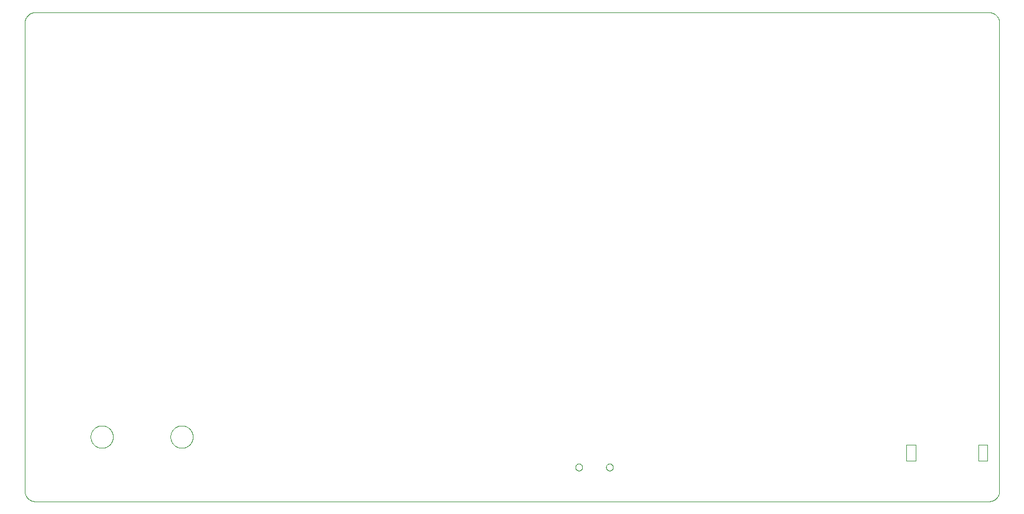
<source format=gko>
G75*
%MOIN*%
%OFA0B0*%
%FSLAX25Y25*%
%IPPOS*%
%LPD*%
%AMOC8*
5,1,8,0,0,1.08239X$1,22.5*
%
%ADD10C,0.00394*%
%ADD11C,0.00000*%
D10*
X0059849Y0164445D02*
X0597251Y0164445D01*
X0597251Y0164444D02*
X0597403Y0164446D01*
X0597555Y0164452D01*
X0597707Y0164462D01*
X0597858Y0164475D01*
X0598009Y0164493D01*
X0598160Y0164514D01*
X0598310Y0164540D01*
X0598459Y0164569D01*
X0598608Y0164602D01*
X0598755Y0164639D01*
X0598902Y0164679D01*
X0599047Y0164724D01*
X0599191Y0164772D01*
X0599334Y0164824D01*
X0599476Y0164879D01*
X0599616Y0164938D01*
X0599755Y0165001D01*
X0599892Y0165067D01*
X0600027Y0165137D01*
X0600160Y0165210D01*
X0600291Y0165287D01*
X0600421Y0165367D01*
X0600548Y0165450D01*
X0600673Y0165536D01*
X0600796Y0165626D01*
X0600916Y0165719D01*
X0601034Y0165815D01*
X0601150Y0165914D01*
X0601263Y0166016D01*
X0601373Y0166120D01*
X0601481Y0166228D01*
X0601585Y0166338D01*
X0601687Y0166451D01*
X0601786Y0166567D01*
X0601882Y0166685D01*
X0601975Y0166805D01*
X0602065Y0166928D01*
X0602151Y0167053D01*
X0602234Y0167180D01*
X0602314Y0167310D01*
X0602391Y0167441D01*
X0602464Y0167574D01*
X0602534Y0167709D01*
X0602600Y0167846D01*
X0602663Y0167985D01*
X0602722Y0168125D01*
X0602777Y0168267D01*
X0602829Y0168410D01*
X0602877Y0168554D01*
X0602922Y0168699D01*
X0602962Y0168846D01*
X0602999Y0168993D01*
X0603032Y0169142D01*
X0603061Y0169291D01*
X0603087Y0169441D01*
X0603108Y0169592D01*
X0603126Y0169743D01*
X0603139Y0169894D01*
X0603149Y0170046D01*
X0603155Y0170198D01*
X0603157Y0170350D01*
X0603156Y0170350D02*
X0603156Y0434130D01*
X0603157Y0434130D02*
X0603155Y0434282D01*
X0603149Y0434434D01*
X0603139Y0434586D01*
X0603126Y0434737D01*
X0603108Y0434888D01*
X0603087Y0435039D01*
X0603061Y0435189D01*
X0603032Y0435338D01*
X0602999Y0435487D01*
X0602962Y0435634D01*
X0602922Y0435781D01*
X0602877Y0435926D01*
X0602829Y0436070D01*
X0602777Y0436213D01*
X0602722Y0436355D01*
X0602663Y0436495D01*
X0602600Y0436634D01*
X0602534Y0436771D01*
X0602464Y0436906D01*
X0602391Y0437039D01*
X0602314Y0437170D01*
X0602234Y0437300D01*
X0602151Y0437427D01*
X0602065Y0437552D01*
X0601975Y0437675D01*
X0601882Y0437795D01*
X0601786Y0437913D01*
X0601687Y0438029D01*
X0601585Y0438142D01*
X0601481Y0438252D01*
X0601373Y0438360D01*
X0601263Y0438464D01*
X0601150Y0438566D01*
X0601034Y0438665D01*
X0600916Y0438761D01*
X0600796Y0438854D01*
X0600673Y0438944D01*
X0600548Y0439030D01*
X0600421Y0439113D01*
X0600291Y0439193D01*
X0600160Y0439270D01*
X0600027Y0439343D01*
X0599892Y0439413D01*
X0599755Y0439479D01*
X0599616Y0439542D01*
X0599476Y0439601D01*
X0599334Y0439656D01*
X0599191Y0439708D01*
X0599047Y0439756D01*
X0598902Y0439801D01*
X0598755Y0439841D01*
X0598608Y0439878D01*
X0598459Y0439911D01*
X0598310Y0439940D01*
X0598160Y0439966D01*
X0598009Y0439987D01*
X0597858Y0440005D01*
X0597707Y0440018D01*
X0597555Y0440028D01*
X0597403Y0440034D01*
X0597251Y0440036D01*
X0597251Y0440035D02*
X0059849Y0440035D01*
X0059849Y0440036D02*
X0059697Y0440034D01*
X0059545Y0440028D01*
X0059393Y0440018D01*
X0059242Y0440005D01*
X0059091Y0439987D01*
X0058940Y0439966D01*
X0058790Y0439940D01*
X0058641Y0439911D01*
X0058492Y0439878D01*
X0058345Y0439841D01*
X0058198Y0439801D01*
X0058053Y0439756D01*
X0057909Y0439708D01*
X0057766Y0439656D01*
X0057624Y0439601D01*
X0057484Y0439542D01*
X0057345Y0439479D01*
X0057208Y0439413D01*
X0057073Y0439343D01*
X0056940Y0439270D01*
X0056809Y0439193D01*
X0056679Y0439113D01*
X0056552Y0439030D01*
X0056427Y0438944D01*
X0056304Y0438854D01*
X0056184Y0438761D01*
X0056066Y0438665D01*
X0055950Y0438566D01*
X0055837Y0438464D01*
X0055727Y0438360D01*
X0055619Y0438252D01*
X0055515Y0438142D01*
X0055413Y0438029D01*
X0055314Y0437913D01*
X0055218Y0437795D01*
X0055125Y0437675D01*
X0055035Y0437552D01*
X0054949Y0437427D01*
X0054866Y0437300D01*
X0054786Y0437170D01*
X0054709Y0437039D01*
X0054636Y0436906D01*
X0054566Y0436771D01*
X0054500Y0436634D01*
X0054437Y0436495D01*
X0054378Y0436355D01*
X0054323Y0436213D01*
X0054271Y0436070D01*
X0054223Y0435926D01*
X0054178Y0435781D01*
X0054138Y0435634D01*
X0054101Y0435487D01*
X0054068Y0435338D01*
X0054039Y0435189D01*
X0054013Y0435039D01*
X0053992Y0434888D01*
X0053974Y0434737D01*
X0053961Y0434586D01*
X0053951Y0434434D01*
X0053945Y0434282D01*
X0053943Y0434130D01*
X0053943Y0170350D01*
X0053945Y0170198D01*
X0053951Y0170046D01*
X0053961Y0169894D01*
X0053974Y0169743D01*
X0053992Y0169592D01*
X0054013Y0169441D01*
X0054039Y0169291D01*
X0054068Y0169142D01*
X0054101Y0168993D01*
X0054138Y0168846D01*
X0054178Y0168699D01*
X0054223Y0168554D01*
X0054271Y0168410D01*
X0054323Y0168267D01*
X0054378Y0168125D01*
X0054437Y0167985D01*
X0054500Y0167846D01*
X0054566Y0167709D01*
X0054636Y0167574D01*
X0054709Y0167441D01*
X0054786Y0167310D01*
X0054866Y0167180D01*
X0054949Y0167053D01*
X0055035Y0166928D01*
X0055125Y0166805D01*
X0055218Y0166685D01*
X0055314Y0166567D01*
X0055413Y0166451D01*
X0055515Y0166338D01*
X0055619Y0166228D01*
X0055727Y0166120D01*
X0055837Y0166016D01*
X0055950Y0165914D01*
X0056066Y0165815D01*
X0056184Y0165719D01*
X0056304Y0165626D01*
X0056427Y0165536D01*
X0056552Y0165450D01*
X0056679Y0165367D01*
X0056809Y0165287D01*
X0056940Y0165210D01*
X0057073Y0165137D01*
X0057208Y0165067D01*
X0057345Y0165001D01*
X0057484Y0164938D01*
X0057624Y0164879D01*
X0057766Y0164824D01*
X0057909Y0164772D01*
X0058053Y0164724D01*
X0058198Y0164679D01*
X0058345Y0164639D01*
X0058492Y0164602D01*
X0058641Y0164569D01*
X0058790Y0164540D01*
X0058940Y0164514D01*
X0059091Y0164493D01*
X0059242Y0164475D01*
X0059393Y0164462D01*
X0059545Y0164452D01*
X0059697Y0164446D01*
X0059849Y0164444D01*
X0550794Y0187280D02*
X0555912Y0187280D01*
X0555912Y0196335D01*
X0550794Y0196335D01*
X0550794Y0187280D01*
X0591345Y0187280D02*
X0596463Y0187280D01*
X0596463Y0196335D01*
X0591345Y0196335D01*
X0591345Y0187280D01*
D11*
X0381502Y0183736D02*
X0381504Y0183824D01*
X0381510Y0183912D01*
X0381520Y0184000D01*
X0381534Y0184088D01*
X0381551Y0184174D01*
X0381573Y0184260D01*
X0381598Y0184344D01*
X0381628Y0184428D01*
X0381660Y0184510D01*
X0381697Y0184590D01*
X0381737Y0184669D01*
X0381781Y0184746D01*
X0381828Y0184821D01*
X0381878Y0184893D01*
X0381932Y0184964D01*
X0381988Y0185031D01*
X0382048Y0185097D01*
X0382110Y0185159D01*
X0382176Y0185219D01*
X0382243Y0185275D01*
X0382314Y0185329D01*
X0382386Y0185379D01*
X0382461Y0185426D01*
X0382538Y0185470D01*
X0382617Y0185510D01*
X0382697Y0185547D01*
X0382779Y0185579D01*
X0382863Y0185609D01*
X0382947Y0185634D01*
X0383033Y0185656D01*
X0383119Y0185673D01*
X0383207Y0185687D01*
X0383295Y0185697D01*
X0383383Y0185703D01*
X0383471Y0185705D01*
X0383559Y0185703D01*
X0383647Y0185697D01*
X0383735Y0185687D01*
X0383823Y0185673D01*
X0383909Y0185656D01*
X0383995Y0185634D01*
X0384079Y0185609D01*
X0384163Y0185579D01*
X0384245Y0185547D01*
X0384325Y0185510D01*
X0384404Y0185470D01*
X0384481Y0185426D01*
X0384556Y0185379D01*
X0384628Y0185329D01*
X0384699Y0185275D01*
X0384766Y0185219D01*
X0384832Y0185159D01*
X0384894Y0185097D01*
X0384954Y0185031D01*
X0385010Y0184964D01*
X0385064Y0184893D01*
X0385114Y0184821D01*
X0385161Y0184746D01*
X0385205Y0184669D01*
X0385245Y0184590D01*
X0385282Y0184510D01*
X0385314Y0184428D01*
X0385344Y0184344D01*
X0385369Y0184260D01*
X0385391Y0184174D01*
X0385408Y0184088D01*
X0385422Y0184000D01*
X0385432Y0183912D01*
X0385438Y0183824D01*
X0385440Y0183736D01*
X0385438Y0183648D01*
X0385432Y0183560D01*
X0385422Y0183472D01*
X0385408Y0183384D01*
X0385391Y0183298D01*
X0385369Y0183212D01*
X0385344Y0183128D01*
X0385314Y0183044D01*
X0385282Y0182962D01*
X0385245Y0182882D01*
X0385205Y0182803D01*
X0385161Y0182726D01*
X0385114Y0182651D01*
X0385064Y0182579D01*
X0385010Y0182508D01*
X0384954Y0182441D01*
X0384894Y0182375D01*
X0384832Y0182313D01*
X0384766Y0182253D01*
X0384699Y0182197D01*
X0384628Y0182143D01*
X0384556Y0182093D01*
X0384481Y0182046D01*
X0384404Y0182002D01*
X0384325Y0181962D01*
X0384245Y0181925D01*
X0384163Y0181893D01*
X0384079Y0181863D01*
X0383995Y0181838D01*
X0383909Y0181816D01*
X0383823Y0181799D01*
X0383735Y0181785D01*
X0383647Y0181775D01*
X0383559Y0181769D01*
X0383471Y0181767D01*
X0383383Y0181769D01*
X0383295Y0181775D01*
X0383207Y0181785D01*
X0383119Y0181799D01*
X0383033Y0181816D01*
X0382947Y0181838D01*
X0382863Y0181863D01*
X0382779Y0181893D01*
X0382697Y0181925D01*
X0382617Y0181962D01*
X0382538Y0182002D01*
X0382461Y0182046D01*
X0382386Y0182093D01*
X0382314Y0182143D01*
X0382243Y0182197D01*
X0382176Y0182253D01*
X0382110Y0182313D01*
X0382048Y0182375D01*
X0381988Y0182441D01*
X0381932Y0182508D01*
X0381878Y0182579D01*
X0381828Y0182651D01*
X0381781Y0182726D01*
X0381737Y0182803D01*
X0381697Y0182882D01*
X0381660Y0182962D01*
X0381628Y0183044D01*
X0381598Y0183128D01*
X0381573Y0183212D01*
X0381551Y0183298D01*
X0381534Y0183384D01*
X0381520Y0183472D01*
X0381510Y0183560D01*
X0381504Y0183648D01*
X0381502Y0183736D01*
X0364179Y0183736D02*
X0364181Y0183824D01*
X0364187Y0183912D01*
X0364197Y0184000D01*
X0364211Y0184088D01*
X0364228Y0184174D01*
X0364250Y0184260D01*
X0364275Y0184344D01*
X0364305Y0184428D01*
X0364337Y0184510D01*
X0364374Y0184590D01*
X0364414Y0184669D01*
X0364458Y0184746D01*
X0364505Y0184821D01*
X0364555Y0184893D01*
X0364609Y0184964D01*
X0364665Y0185031D01*
X0364725Y0185097D01*
X0364787Y0185159D01*
X0364853Y0185219D01*
X0364920Y0185275D01*
X0364991Y0185329D01*
X0365063Y0185379D01*
X0365138Y0185426D01*
X0365215Y0185470D01*
X0365294Y0185510D01*
X0365374Y0185547D01*
X0365456Y0185579D01*
X0365540Y0185609D01*
X0365624Y0185634D01*
X0365710Y0185656D01*
X0365796Y0185673D01*
X0365884Y0185687D01*
X0365972Y0185697D01*
X0366060Y0185703D01*
X0366148Y0185705D01*
X0366236Y0185703D01*
X0366324Y0185697D01*
X0366412Y0185687D01*
X0366500Y0185673D01*
X0366586Y0185656D01*
X0366672Y0185634D01*
X0366756Y0185609D01*
X0366840Y0185579D01*
X0366922Y0185547D01*
X0367002Y0185510D01*
X0367081Y0185470D01*
X0367158Y0185426D01*
X0367233Y0185379D01*
X0367305Y0185329D01*
X0367376Y0185275D01*
X0367443Y0185219D01*
X0367509Y0185159D01*
X0367571Y0185097D01*
X0367631Y0185031D01*
X0367687Y0184964D01*
X0367741Y0184893D01*
X0367791Y0184821D01*
X0367838Y0184746D01*
X0367882Y0184669D01*
X0367922Y0184590D01*
X0367959Y0184510D01*
X0367991Y0184428D01*
X0368021Y0184344D01*
X0368046Y0184260D01*
X0368068Y0184174D01*
X0368085Y0184088D01*
X0368099Y0184000D01*
X0368109Y0183912D01*
X0368115Y0183824D01*
X0368117Y0183736D01*
X0368115Y0183648D01*
X0368109Y0183560D01*
X0368099Y0183472D01*
X0368085Y0183384D01*
X0368068Y0183298D01*
X0368046Y0183212D01*
X0368021Y0183128D01*
X0367991Y0183044D01*
X0367959Y0182962D01*
X0367922Y0182882D01*
X0367882Y0182803D01*
X0367838Y0182726D01*
X0367791Y0182651D01*
X0367741Y0182579D01*
X0367687Y0182508D01*
X0367631Y0182441D01*
X0367571Y0182375D01*
X0367509Y0182313D01*
X0367443Y0182253D01*
X0367376Y0182197D01*
X0367305Y0182143D01*
X0367233Y0182093D01*
X0367158Y0182046D01*
X0367081Y0182002D01*
X0367002Y0181962D01*
X0366922Y0181925D01*
X0366840Y0181893D01*
X0366756Y0181863D01*
X0366672Y0181838D01*
X0366586Y0181816D01*
X0366500Y0181799D01*
X0366412Y0181785D01*
X0366324Y0181775D01*
X0366236Y0181769D01*
X0366148Y0181767D01*
X0366060Y0181769D01*
X0365972Y0181775D01*
X0365884Y0181785D01*
X0365796Y0181799D01*
X0365710Y0181816D01*
X0365624Y0181838D01*
X0365540Y0181863D01*
X0365456Y0181893D01*
X0365374Y0181925D01*
X0365294Y0181962D01*
X0365215Y0182002D01*
X0365138Y0182046D01*
X0365063Y0182093D01*
X0364991Y0182143D01*
X0364920Y0182197D01*
X0364853Y0182253D01*
X0364787Y0182313D01*
X0364725Y0182375D01*
X0364665Y0182441D01*
X0364609Y0182508D01*
X0364555Y0182579D01*
X0364505Y0182651D01*
X0364458Y0182726D01*
X0364414Y0182803D01*
X0364374Y0182882D01*
X0364337Y0182962D01*
X0364305Y0183044D01*
X0364275Y0183128D01*
X0364250Y0183212D01*
X0364228Y0183298D01*
X0364211Y0183384D01*
X0364197Y0183472D01*
X0364187Y0183560D01*
X0364181Y0183648D01*
X0364179Y0183736D01*
X0136089Y0200862D02*
X0136091Y0201020D01*
X0136097Y0201178D01*
X0136107Y0201336D01*
X0136121Y0201494D01*
X0136139Y0201651D01*
X0136160Y0201808D01*
X0136186Y0201964D01*
X0136216Y0202120D01*
X0136249Y0202275D01*
X0136287Y0202428D01*
X0136328Y0202581D01*
X0136373Y0202733D01*
X0136422Y0202884D01*
X0136475Y0203033D01*
X0136531Y0203181D01*
X0136591Y0203327D01*
X0136655Y0203472D01*
X0136723Y0203615D01*
X0136794Y0203757D01*
X0136868Y0203897D01*
X0136946Y0204034D01*
X0137028Y0204170D01*
X0137112Y0204304D01*
X0137201Y0204435D01*
X0137292Y0204564D01*
X0137387Y0204691D01*
X0137484Y0204816D01*
X0137585Y0204938D01*
X0137689Y0205057D01*
X0137796Y0205174D01*
X0137906Y0205288D01*
X0138019Y0205399D01*
X0138134Y0205508D01*
X0138252Y0205613D01*
X0138373Y0205715D01*
X0138496Y0205815D01*
X0138622Y0205911D01*
X0138750Y0206004D01*
X0138880Y0206094D01*
X0139013Y0206180D01*
X0139148Y0206264D01*
X0139284Y0206343D01*
X0139423Y0206420D01*
X0139564Y0206492D01*
X0139706Y0206562D01*
X0139850Y0206627D01*
X0139996Y0206689D01*
X0140143Y0206747D01*
X0140292Y0206802D01*
X0140442Y0206853D01*
X0140593Y0206900D01*
X0140745Y0206943D01*
X0140898Y0206982D01*
X0141053Y0207018D01*
X0141208Y0207049D01*
X0141364Y0207077D01*
X0141520Y0207101D01*
X0141677Y0207121D01*
X0141835Y0207137D01*
X0141992Y0207149D01*
X0142151Y0207157D01*
X0142309Y0207161D01*
X0142467Y0207161D01*
X0142625Y0207157D01*
X0142784Y0207149D01*
X0142941Y0207137D01*
X0143099Y0207121D01*
X0143256Y0207101D01*
X0143412Y0207077D01*
X0143568Y0207049D01*
X0143723Y0207018D01*
X0143878Y0206982D01*
X0144031Y0206943D01*
X0144183Y0206900D01*
X0144334Y0206853D01*
X0144484Y0206802D01*
X0144633Y0206747D01*
X0144780Y0206689D01*
X0144926Y0206627D01*
X0145070Y0206562D01*
X0145212Y0206492D01*
X0145353Y0206420D01*
X0145492Y0206343D01*
X0145628Y0206264D01*
X0145763Y0206180D01*
X0145896Y0206094D01*
X0146026Y0206004D01*
X0146154Y0205911D01*
X0146280Y0205815D01*
X0146403Y0205715D01*
X0146524Y0205613D01*
X0146642Y0205508D01*
X0146757Y0205399D01*
X0146870Y0205288D01*
X0146980Y0205174D01*
X0147087Y0205057D01*
X0147191Y0204938D01*
X0147292Y0204816D01*
X0147389Y0204691D01*
X0147484Y0204564D01*
X0147575Y0204435D01*
X0147664Y0204304D01*
X0147748Y0204170D01*
X0147830Y0204034D01*
X0147908Y0203897D01*
X0147982Y0203757D01*
X0148053Y0203615D01*
X0148121Y0203472D01*
X0148185Y0203327D01*
X0148245Y0203181D01*
X0148301Y0203033D01*
X0148354Y0202884D01*
X0148403Y0202733D01*
X0148448Y0202581D01*
X0148489Y0202428D01*
X0148527Y0202275D01*
X0148560Y0202120D01*
X0148590Y0201964D01*
X0148616Y0201808D01*
X0148637Y0201651D01*
X0148655Y0201494D01*
X0148669Y0201336D01*
X0148679Y0201178D01*
X0148685Y0201020D01*
X0148687Y0200862D01*
X0148685Y0200704D01*
X0148679Y0200546D01*
X0148669Y0200388D01*
X0148655Y0200230D01*
X0148637Y0200073D01*
X0148616Y0199916D01*
X0148590Y0199760D01*
X0148560Y0199604D01*
X0148527Y0199449D01*
X0148489Y0199296D01*
X0148448Y0199143D01*
X0148403Y0198991D01*
X0148354Y0198840D01*
X0148301Y0198691D01*
X0148245Y0198543D01*
X0148185Y0198397D01*
X0148121Y0198252D01*
X0148053Y0198109D01*
X0147982Y0197967D01*
X0147908Y0197827D01*
X0147830Y0197690D01*
X0147748Y0197554D01*
X0147664Y0197420D01*
X0147575Y0197289D01*
X0147484Y0197160D01*
X0147389Y0197033D01*
X0147292Y0196908D01*
X0147191Y0196786D01*
X0147087Y0196667D01*
X0146980Y0196550D01*
X0146870Y0196436D01*
X0146757Y0196325D01*
X0146642Y0196216D01*
X0146524Y0196111D01*
X0146403Y0196009D01*
X0146280Y0195909D01*
X0146154Y0195813D01*
X0146026Y0195720D01*
X0145896Y0195630D01*
X0145763Y0195544D01*
X0145628Y0195460D01*
X0145492Y0195381D01*
X0145353Y0195304D01*
X0145212Y0195232D01*
X0145070Y0195162D01*
X0144926Y0195097D01*
X0144780Y0195035D01*
X0144633Y0194977D01*
X0144484Y0194922D01*
X0144334Y0194871D01*
X0144183Y0194824D01*
X0144031Y0194781D01*
X0143878Y0194742D01*
X0143723Y0194706D01*
X0143568Y0194675D01*
X0143412Y0194647D01*
X0143256Y0194623D01*
X0143099Y0194603D01*
X0142941Y0194587D01*
X0142784Y0194575D01*
X0142625Y0194567D01*
X0142467Y0194563D01*
X0142309Y0194563D01*
X0142151Y0194567D01*
X0141992Y0194575D01*
X0141835Y0194587D01*
X0141677Y0194603D01*
X0141520Y0194623D01*
X0141364Y0194647D01*
X0141208Y0194675D01*
X0141053Y0194706D01*
X0140898Y0194742D01*
X0140745Y0194781D01*
X0140593Y0194824D01*
X0140442Y0194871D01*
X0140292Y0194922D01*
X0140143Y0194977D01*
X0139996Y0195035D01*
X0139850Y0195097D01*
X0139706Y0195162D01*
X0139564Y0195232D01*
X0139423Y0195304D01*
X0139284Y0195381D01*
X0139148Y0195460D01*
X0139013Y0195544D01*
X0138880Y0195630D01*
X0138750Y0195720D01*
X0138622Y0195813D01*
X0138496Y0195909D01*
X0138373Y0196009D01*
X0138252Y0196111D01*
X0138134Y0196216D01*
X0138019Y0196325D01*
X0137906Y0196436D01*
X0137796Y0196550D01*
X0137689Y0196667D01*
X0137585Y0196786D01*
X0137484Y0196908D01*
X0137387Y0197033D01*
X0137292Y0197160D01*
X0137201Y0197289D01*
X0137112Y0197420D01*
X0137028Y0197554D01*
X0136946Y0197690D01*
X0136868Y0197827D01*
X0136794Y0197967D01*
X0136723Y0198109D01*
X0136655Y0198252D01*
X0136591Y0198397D01*
X0136531Y0198543D01*
X0136475Y0198691D01*
X0136422Y0198840D01*
X0136373Y0198991D01*
X0136328Y0199143D01*
X0136287Y0199296D01*
X0136249Y0199449D01*
X0136216Y0199604D01*
X0136186Y0199760D01*
X0136160Y0199916D01*
X0136139Y0200073D01*
X0136121Y0200230D01*
X0136107Y0200388D01*
X0136097Y0200546D01*
X0136091Y0200704D01*
X0136089Y0200862D01*
X0091089Y0200862D02*
X0091091Y0201020D01*
X0091097Y0201178D01*
X0091107Y0201336D01*
X0091121Y0201494D01*
X0091139Y0201651D01*
X0091160Y0201808D01*
X0091186Y0201964D01*
X0091216Y0202120D01*
X0091249Y0202275D01*
X0091287Y0202428D01*
X0091328Y0202581D01*
X0091373Y0202733D01*
X0091422Y0202884D01*
X0091475Y0203033D01*
X0091531Y0203181D01*
X0091591Y0203327D01*
X0091655Y0203472D01*
X0091723Y0203615D01*
X0091794Y0203757D01*
X0091868Y0203897D01*
X0091946Y0204034D01*
X0092028Y0204170D01*
X0092112Y0204304D01*
X0092201Y0204435D01*
X0092292Y0204564D01*
X0092387Y0204691D01*
X0092484Y0204816D01*
X0092585Y0204938D01*
X0092689Y0205057D01*
X0092796Y0205174D01*
X0092906Y0205288D01*
X0093019Y0205399D01*
X0093134Y0205508D01*
X0093252Y0205613D01*
X0093373Y0205715D01*
X0093496Y0205815D01*
X0093622Y0205911D01*
X0093750Y0206004D01*
X0093880Y0206094D01*
X0094013Y0206180D01*
X0094148Y0206264D01*
X0094284Y0206343D01*
X0094423Y0206420D01*
X0094564Y0206492D01*
X0094706Y0206562D01*
X0094850Y0206627D01*
X0094996Y0206689D01*
X0095143Y0206747D01*
X0095292Y0206802D01*
X0095442Y0206853D01*
X0095593Y0206900D01*
X0095745Y0206943D01*
X0095898Y0206982D01*
X0096053Y0207018D01*
X0096208Y0207049D01*
X0096364Y0207077D01*
X0096520Y0207101D01*
X0096677Y0207121D01*
X0096835Y0207137D01*
X0096992Y0207149D01*
X0097151Y0207157D01*
X0097309Y0207161D01*
X0097467Y0207161D01*
X0097625Y0207157D01*
X0097784Y0207149D01*
X0097941Y0207137D01*
X0098099Y0207121D01*
X0098256Y0207101D01*
X0098412Y0207077D01*
X0098568Y0207049D01*
X0098723Y0207018D01*
X0098878Y0206982D01*
X0099031Y0206943D01*
X0099183Y0206900D01*
X0099334Y0206853D01*
X0099484Y0206802D01*
X0099633Y0206747D01*
X0099780Y0206689D01*
X0099926Y0206627D01*
X0100070Y0206562D01*
X0100212Y0206492D01*
X0100353Y0206420D01*
X0100492Y0206343D01*
X0100628Y0206264D01*
X0100763Y0206180D01*
X0100896Y0206094D01*
X0101026Y0206004D01*
X0101154Y0205911D01*
X0101280Y0205815D01*
X0101403Y0205715D01*
X0101524Y0205613D01*
X0101642Y0205508D01*
X0101757Y0205399D01*
X0101870Y0205288D01*
X0101980Y0205174D01*
X0102087Y0205057D01*
X0102191Y0204938D01*
X0102292Y0204816D01*
X0102389Y0204691D01*
X0102484Y0204564D01*
X0102575Y0204435D01*
X0102664Y0204304D01*
X0102748Y0204170D01*
X0102830Y0204034D01*
X0102908Y0203897D01*
X0102982Y0203757D01*
X0103053Y0203615D01*
X0103121Y0203472D01*
X0103185Y0203327D01*
X0103245Y0203181D01*
X0103301Y0203033D01*
X0103354Y0202884D01*
X0103403Y0202733D01*
X0103448Y0202581D01*
X0103489Y0202428D01*
X0103527Y0202275D01*
X0103560Y0202120D01*
X0103590Y0201964D01*
X0103616Y0201808D01*
X0103637Y0201651D01*
X0103655Y0201494D01*
X0103669Y0201336D01*
X0103679Y0201178D01*
X0103685Y0201020D01*
X0103687Y0200862D01*
X0103685Y0200704D01*
X0103679Y0200546D01*
X0103669Y0200388D01*
X0103655Y0200230D01*
X0103637Y0200073D01*
X0103616Y0199916D01*
X0103590Y0199760D01*
X0103560Y0199604D01*
X0103527Y0199449D01*
X0103489Y0199296D01*
X0103448Y0199143D01*
X0103403Y0198991D01*
X0103354Y0198840D01*
X0103301Y0198691D01*
X0103245Y0198543D01*
X0103185Y0198397D01*
X0103121Y0198252D01*
X0103053Y0198109D01*
X0102982Y0197967D01*
X0102908Y0197827D01*
X0102830Y0197690D01*
X0102748Y0197554D01*
X0102664Y0197420D01*
X0102575Y0197289D01*
X0102484Y0197160D01*
X0102389Y0197033D01*
X0102292Y0196908D01*
X0102191Y0196786D01*
X0102087Y0196667D01*
X0101980Y0196550D01*
X0101870Y0196436D01*
X0101757Y0196325D01*
X0101642Y0196216D01*
X0101524Y0196111D01*
X0101403Y0196009D01*
X0101280Y0195909D01*
X0101154Y0195813D01*
X0101026Y0195720D01*
X0100896Y0195630D01*
X0100763Y0195544D01*
X0100628Y0195460D01*
X0100492Y0195381D01*
X0100353Y0195304D01*
X0100212Y0195232D01*
X0100070Y0195162D01*
X0099926Y0195097D01*
X0099780Y0195035D01*
X0099633Y0194977D01*
X0099484Y0194922D01*
X0099334Y0194871D01*
X0099183Y0194824D01*
X0099031Y0194781D01*
X0098878Y0194742D01*
X0098723Y0194706D01*
X0098568Y0194675D01*
X0098412Y0194647D01*
X0098256Y0194623D01*
X0098099Y0194603D01*
X0097941Y0194587D01*
X0097784Y0194575D01*
X0097625Y0194567D01*
X0097467Y0194563D01*
X0097309Y0194563D01*
X0097151Y0194567D01*
X0096992Y0194575D01*
X0096835Y0194587D01*
X0096677Y0194603D01*
X0096520Y0194623D01*
X0096364Y0194647D01*
X0096208Y0194675D01*
X0096053Y0194706D01*
X0095898Y0194742D01*
X0095745Y0194781D01*
X0095593Y0194824D01*
X0095442Y0194871D01*
X0095292Y0194922D01*
X0095143Y0194977D01*
X0094996Y0195035D01*
X0094850Y0195097D01*
X0094706Y0195162D01*
X0094564Y0195232D01*
X0094423Y0195304D01*
X0094284Y0195381D01*
X0094148Y0195460D01*
X0094013Y0195544D01*
X0093880Y0195630D01*
X0093750Y0195720D01*
X0093622Y0195813D01*
X0093496Y0195909D01*
X0093373Y0196009D01*
X0093252Y0196111D01*
X0093134Y0196216D01*
X0093019Y0196325D01*
X0092906Y0196436D01*
X0092796Y0196550D01*
X0092689Y0196667D01*
X0092585Y0196786D01*
X0092484Y0196908D01*
X0092387Y0197033D01*
X0092292Y0197160D01*
X0092201Y0197289D01*
X0092112Y0197420D01*
X0092028Y0197554D01*
X0091946Y0197690D01*
X0091868Y0197827D01*
X0091794Y0197967D01*
X0091723Y0198109D01*
X0091655Y0198252D01*
X0091591Y0198397D01*
X0091531Y0198543D01*
X0091475Y0198691D01*
X0091422Y0198840D01*
X0091373Y0198991D01*
X0091328Y0199143D01*
X0091287Y0199296D01*
X0091249Y0199449D01*
X0091216Y0199604D01*
X0091186Y0199760D01*
X0091160Y0199916D01*
X0091139Y0200073D01*
X0091121Y0200230D01*
X0091107Y0200388D01*
X0091097Y0200546D01*
X0091091Y0200704D01*
X0091089Y0200862D01*
M02*

</source>
